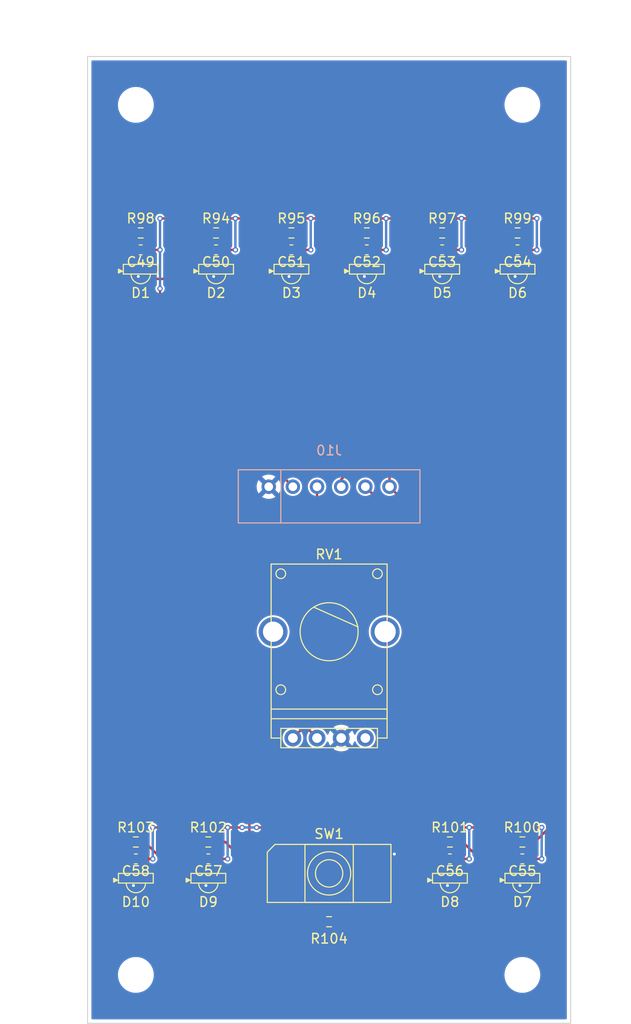
<source format=kicad_pcb>
(kicad_pcb (version 20221018) (generator pcbnew)
  (layers (0 "F.Cu" signal) (31 "B.Cu" signal) (34 "B.Paste" user) (35 "F.Paste" user) (36 "B.SilkS" user "B.Silkscreen") (37 "F.SilkS" user "F.Silkscreen") (38 "B.Mask" user) (39 "F.Mask" user) (44 "Edge.Cuts" user))
  (net 0 "")
  (net 1 "+5VL")
  (net 2 "GND1")
  (net 3 "Net-(D1-DIn)")
  (net 4 "Net-(D1-DOut)")
  (net 5 "Net-(D2-DIn)")
  (net 6 "Net-(D2-DOut)")
  (net 7 "Net-(D3-DIn)")
  (net 8 "Net-(D3-DOut)")
  (net 9 "Net-(D4-DIn)")
  (net 10 "Net-(D4-DOut)")
  (net 11 "Net-(D5-DIn)")
  (net 12 "Net-(D5-DOut)")
  (net 13 "Net-(D6-DIn)")
  (net 14 "Net-(D6-DOut)")
  (net 15 "Net-(D7-DIn)")
  (net 16 "Net-(D7-DOut)")
  (net 17 "Net-(D8-DIn)")
  (net 18 "Net-(D8-DOut)")
  (net 19 "Net-(D9-DIn)")
  (net 20 "Net-(D9-DOut)")
  (net 21 "Net-(D10-DIn)")
  (net 23 "Net-(J10-Pad2)")
  (net 24 "Net-(J10-Pad3)")
  (net 25 "Net-(J10-Pad4)")
  (net 26 "Net-(J10-Pad5)")
  (footprint "silver-box-feetprints:12-23C-RSGHBHW-5V01-2C" (layer "F.Cu") (at 128 75)
    (fp_text reference "D1" (at 0 2.45 unlocked) (layer "F.SilkS"))
    (fp_text value "12-23C/RSGHBHW-5V01/2C")
    (pad "1" smd roundrect (at -1.425 0) (size 0.55 0.78) (layers "F.Cu" "F.Paste" "F.Mask") (net 3 "Net-(D1-DIn)"))
    (pad "2" smd roundrect (at -0.425 0.22) (size 0.55 0.34) (layers "F.Cu" "F.Paste" "F.Mask") (net 2 "GND1"))
    (pad "3" smd roundrect (at 0.425 0.22) (size 0.55 0.34) (layers "F.Cu" "F.Paste" "F.Mask") (net 4 "Net-(D1-DOut)"))
    (pad "4" smd roundrect (at 1.425 0) (size 0.55 0.78) (layers "F.Cu" "F.Paste" "F.Mask") (net 1 "+5VL"))
  )
  (footprint "Capacitor_SMD:C_0603_1608Metric_Pad1.08x0.95mm_HandSolder" (layer "F.Cu") (at 135 136 180)
    (fp_text reference "C57" (at 0 -1.25) (layer "F.SilkS"))
    (fp_text value "0.1u")
    (pad "1" smd roundrect (at -0.8625 0 180) (size 1.075 0.95) (layers "F.Cu" "F.Paste" "F.Mask") (net 1 "+5VL"))
    (pad "2" smd roundrect (at 0.8625 0 180) (size 1.075 0.95) (layers "F.Cu" "F.Paste" "F.Mask") (net 2 "GND1"))
  )
  (footprint "MountingHole:MountingHole_3.2mm_M3" (layer "F.Cu") (at 127.5 58)
    (fp_text reference "REF**" hide)
    (fp_text value "MountingHole_3.2mm_M3")
    (pad "" np_thru_hole circle (at 0 0) (size 3.2 3.2) (drill 3.2) (layers "*.Cu" "*.Mask"))
  )
  (footprint "silver-box-feetprints:12-23C-RSGHBHW-5V01-2C" (layer "F.Cu") (at 135 138)
    (fp_text reference "D9" (at 0 2.45 unlocked) (layer "F.SilkS"))
    (fp_text value "12-23C/RSGHBHW-5V01/2C")
    (pad "1" smd roundrect (at -1.425 0) (size 0.55 0.78) (layers "F.Cu" "F.Paste" "F.Mask") (net 19 "Net-(D9-DIn)"))
    (pad "2" smd roundrect (at -0.425 0.22) (size 0.55 0.34) (layers "F.Cu" "F.Paste" "F.Mask") (net 2 "GND1"))
    (pad "3" smd roundrect (at 0.425 0.22) (size 0.55 0.34) (layers "F.Cu" "F.Paste" "F.Mask") (net 20 "Net-(D9-DOut)"))
    (pad "4" smd roundrect (at 1.425 0) (size 0.55 0.78) (layers "F.Cu" "F.Paste" "F.Mask") (net 1 "+5VL"))
  )
  (footprint "Capacitor_SMD:C_0603_1608Metric_Pad1.08x0.95mm_HandSolder" (layer "F.Cu") (at 159.2 73 180)
    (fp_text reference "C53" (at 0 -1.25) (layer "F.SilkS"))
    (fp_text value "0.1u")
    (pad "1" smd roundrect (at -0.8625 0 180) (size 1.075 0.95) (layers "F.Cu" "F.Paste" "F.Mask") (net 1 "+5VL"))
    (pad "2" smd roundrect (at 0.8625 0 180) (size 1.075 0.95) (layers "F.Cu" "F.Paste" "F.Mask") (net 2 "GND1"))
  )
  (footprint "silver-box-feetprints:12-23C-RSGHBHW-5V01-2C" (layer "F.Cu") (at 159.2 75)
    (fp_text reference "D5" (at 0 2.45 unlocked) (layer "F.SilkS"))
    (fp_text value "12-23C/RSGHBHW-5V01/2C")
    (pad "1" smd roundrect (at -1.425 0) (size 0.55 0.78) (layers "F.Cu" "F.Paste" "F.Mask") (net 11 "Net-(D5-DIn)"))
    (pad "2" smd roundrect (at -0.425 0.22) (size 0.55 0.34) (layers "F.Cu" "F.Paste" "F.Mask") (net 2 "GND1"))
    (pad "3" smd roundrect (at 0.425 0.22) (size 0.55 0.34) (layers "F.Cu" "F.Paste" "F.Mask") (net 12 "Net-(D5-DOut)"))
    (pad "4" smd roundrect (at 1.425 0) (size 0.55 0.78) (layers "F.Cu" "F.Paste" "F.Mask") (net 1 "+5VL"))
  )
  (footprint "MountingHole:MountingHole_3.2mm_M3" (layer "F.Cu") (at 167.5 58)
    (fp_text reference "REF**1" hide)
    (fp_text value "MountingHole_3.2mm_M3")
    (pad "" np_thru_hole circle (at 0 0) (size 3.2 3.2) (drill 3.2) (layers "*.Cu" "*.Mask"))
  )
  (footprint "Capacitor_SMD:C_0603_1608Metric_Pad1.08x0.95mm_HandSolder" (layer "F.Cu") (at 135.8 73 180)
    (fp_text reference "C50" (at 0 -1.25) (layer "F.SilkS"))
    (fp_text value "0.1u")
    (pad "1" smd roundrect (at -0.8625 0 180) (size 1.075 0.95) (layers "F.Cu" "F.Paste" "F.Mask") (net 1 "+5VL"))
    (pad "2" smd roundrect (at 0.8625 0 180) (size 1.075 0.95) (layers "F.Cu" "F.Paste" "F.Mask") (net 2 "GND1"))
  )
  (footprint "silver-box-feetprints:12-23C-RSGHBHW-5V01-2C" (layer "F.Cu") (at 167.5 138)
    (fp_text reference "D7" (at 0 2.45 unlocked) (layer "F.SilkS"))
    (fp_text value "12-23C/RSGHBHW-5V01/2C")
    (pad "1" smd roundrect (at -1.425 0) (size 0.55 0.78) (layers "F.Cu" "F.Paste" "F.Mask") (net 15 "Net-(D7-DIn)"))
    (pad "2" smd roundrect (at -0.425 0.22) (size 0.55 0.34) (layers "F.Cu" "F.Paste" "F.Mask") (net 2 "GND1"))
    (pad "3" smd roundrect (at 0.425 0.22) (size 0.55 0.34) (layers "F.Cu" "F.Paste" "F.Mask") (net 16 "Net-(D7-DOut)"))
    (pad "4" smd roundrect (at 1.425 0) (size 0.55 0.78) (layers "F.Cu" "F.Paste" "F.Mask") (net 1 "+5VL"))
  )
  (footprint "Resistor_SMD:R_0603_1608Metric_Pad0.98x0.95mm_HandSolder" (layer "F.Cu") (at 127.5 134.25)
    (fp_text reference "R103" (at 0 -1.5) (layer "F.SilkS"))
    (fp_text value "33")
    (pad "1" smd roundrect (at -0.9125 0) (size 0.975 0.95) (layers "F.Cu" "F.Paste" "F.Mask") (net 21 "Net-(D10-DIn)"))
    (pad "2" smd roundrect (at 0.9125 0) (size 0.975 0.95) (layers "F.Cu" "F.Paste" "F.Mask") (net 20 "Net-(D9-DOut)"))
  )
  (footprint "silver-box-feetprints:12-23C-RSGHBHW-5V01-2C" (layer "F.Cu") (at 160 138)
    (fp_text reference "D8" (at 0 2.45 unlocked) (layer "F.SilkS"))
    (fp_text value "12-23C/RSGHBHW-5V01/2C")
    (pad "1" smd roundrect (at -1.425 0) (size 0.55 0.78) (layers "F.Cu" "F.Paste" "F.Mask") (net 17 "Net-(D8-DIn)"))
    (pad "2" smd roundrect (at -0.425 0.22) (size 0.55 0.34) (layers "F.Cu" "F.Paste" "F.Mask") (net 2 "GND1"))
    (pad "3" smd roundrect (at 0.425 0.22) (size 0.55 0.34) (layers "F.Cu" "F.Paste" "F.Mask") (net 18 "Net-(D8-DOut)"))
    (pad "4" smd roundrect (at 1.425 0) (size 0.55 0.78) (layers "F.Cu" "F.Paste" "F.Mask") (net 1 "+5VL"))
  )
  (footprint "Resistor_SMD:R_0603_1608Metric_Pad0.98x0.95mm_HandSolder" (layer "F.Cu") (at 167 71.25)
    (fp_text reference "R99" (at 0 -1.5) (layer "F.SilkS"))
    (fp_text value "33")
    (pad "1" smd roundrect (at -0.9125 0) (size 0.975 0.95) (layers "F.Cu" "F.Paste" "F.Mask") (net 13 "Net-(D6-DIn)"))
    (pad "2" smd roundrect (at 0.9125 0) (size 0.975 0.95) (layers "F.Cu" "F.Paste" "F.Mask") (net 12 "Net-(D5-DOut)"))
  )
  (footprint "Resistor_SMD:R_0603_1608Metric_Pad0.98x0.95mm_HandSolder" (layer "F.Cu") (at 135.8 71.25)
    (fp_text reference "R94" (at 0 -1.5) (layer "F.SilkS"))
    (fp_text value "33")
    (pad "1" smd roundrect (at -0.9125 0) (size 0.975 0.95) (layers "F.Cu" "F.Paste" "F.Mask") (net 5 "Net-(D2-DIn)"))
    (pad "2" smd roundrect (at 0.9125 0) (size 0.975 0.95) (layers "F.Cu" "F.Paste" "F.Mask") (net 4 "Net-(D1-DOut)"))
  )
  (footprint "Resistor_SMD:R_0603_1608Metric_Pad0.98x0.95mm_HandSolder" (layer "F.Cu") (at 147.5 142.5)
    (fp_text reference "R104" (at 0 1.75) (layer "F.SilkS"))
    (fp_text value "10k")
    (pad "1" smd roundrect (at -0.9125 0) (size 0.975 0.95) (layers "F.Cu" "F.Paste" "F.Mask") (net 24 "Net-(J10-Pad3)"))
    (pad "2" smd roundrect (at 0.9125 0) (size 0.975 0.95) (layers "F.Cu" "F.Paste" "F.Mask") (net 1 "+5VL"))
  )
  (footprint "Resistor_SMD:R_0603_1608Metric_Pad0.98x0.95mm_HandSolder" (layer "F.Cu") (at 159.2 71.25)
    (fp_text reference "R97" (at 0 -1.5) (layer "F.SilkS"))
    (fp_text value "33")
    (pad "1" smd roundrect (at -0.9125 0) (size 0.975 0.95) (layers "F.Cu" "F.Paste" "F.Mask") (net 11 "Net-(D5-DIn)"))
    (pad "2" smd roundrect (at 0.9125 0) (size 0.975 0.95) (layers "F.Cu" "F.Paste" "F.Mask") (net 10 "Net-(D4-DOut)"))
  )
  (footprint "Capacitor_SMD:C_0603_1608Metric_Pad1.08x0.95mm_HandSolder" (layer "F.Cu") (at 143.6 73 180)
    (fp_text reference "C51" (at 0 -1.25) (layer "F.SilkS"))
    (fp_text value "0.1u")
    (pad "1" smd roundrect (at -0.8625 0 180) (size 1.075 0.95) (layers "F.Cu" "F.Paste" "F.Mask") (net 1 "+5VL"))
    (pad "2" smd roundrect (at 0.8625 0 180) (size 1.075 0.95) (layers "F.Cu" "F.Paste" "F.Mask") (net 2 "GND1"))
  )
  (footprint "silver-box-feetprints:12-23C-RSGHBHW-5V01-2C" (layer "F.Cu") (at 127.5 138)
    (fp_text reference "D10" (at 0 2.45 unlocked) (layer "F.SilkS"))
    (fp_text value "12-23C/RSGHBHW-5V01/2C")
    (pad "1" smd roundrect (at -1.425 0) (size 0.55 0.78) (layers "F.Cu" "F.Paste" "F.Mask") (net 21 "Net-(D10-DIn)"))
    (pad "2" smd roundrect (at -0.425 0.22) (size 0.55 0.34) (layers "F.Cu" "F.Paste" "F.Mask") (net 2 "GND1"))
    (pad "3" smd roundrect (at 0.425 0.22) (size 0.55 0.34) (layers "F.Cu" "F.Paste" "F.Mask"))
    (pad "4" smd roundrect (at 1.425 0) (size 0.55 0.78) (layers "F.Cu" "F.Paste" "F.Mask") (net 1 "+5VL"))
  )
  (footprint "Capacitor_SMD:C_0603_1608Metric_Pad1.08x0.95mm_HandSolder" (layer "F.Cu") (at 167.5 136 180)
    (fp_text reference "C55" (at 0 -1.25) (layer "F.SilkS"))
    (fp_text value "0.1u")
    (pad "1" smd roundrect (at -0.8625 0 180) (size 1.075 0.95) (layers "F.Cu" "F.Paste" "F.Mask") (net 1 "+5VL"))
    (pad "2" smd roundrect (at 0.8625 0 180) (size 1.075 0.95) (layers "F.Cu" "F.Paste" "F.Mask") (net 2 "GND1"))
  )
  (footprint "Capacitor_SMD:C_0603_1608Metric_Pad1.08x0.95mm_HandSolder" (layer "F.Cu") (at 160 136 180)
    (fp_text reference "C56" (at 0 -1.25) (layer "F.SilkS"))
    (fp_text value "0.1u")
    (pad "1" smd roundrect (at -0.8625 0 180) (size 1.075 0.95) (layers "F.Cu" "F.Paste" "F.Mask") (net 1 "+5VL"))
    (pad "2" smd roundrect (at 0.8625 0 180) (size 1.075 0.95) (layers "F.Cu" "F.Paste" "F.Mask") (net 2 "GND1"))
  )
  (footprint "Capacitor_SMD:C_0603_1608Metric_Pad1.08x0.95mm_HandSolder" (layer "F.Cu") (at 128 73 180)
    (fp_text reference "C49" (at 0 -1.25) (layer "F.SilkS"))
    (fp_text value "0.1u")
    (pad "1" smd roundrect (at -0.8625 0 180) (size 1.075 0.95) (layers "F.Cu" "F.Paste" "F.Mask") (net 1 "+5VL"))
    (pad "2" smd roundrect (at 0.8625 0 180) (size 1.075 0.95) (layers "F.Cu" "F.Paste" "F.Mask") (net 2 "GND1"))
  )
  (footprint "silver-box-feetprints:12-23C-RSGHBHW-5V01-2C" (layer "F.Cu") (at 151.4 75)
    (fp_text reference "D4" (at 0 2.45 unlocked) (layer "F.SilkS"))
    (fp_text value "12-23C/RSGHBHW-5V01/2C")
    (pad "1" smd roundrect (at -1.425 0) (size 0.55 0.78) (layers "F.Cu" "F.Paste" "F.Mask") (net 9 "Net-(D4-DIn)"))
    (pad "2" smd roundrect (at -0.425 0.22) (size 0.55 0.34) (layers "F.Cu" "F.Paste" "F.Mask") (net 2 "GND1"))
    (pad "3" smd roundrect (at 0.425 0.22) (size 0.55 0.34) (layers "F.Cu" "F.Paste" "F.Mask") (net 10 "Net-(D4-DOut)"))
    (pad "4" smd roundrect (at 1.425 0) (size 0.55 0.78) (layers "F.Cu" "F.Paste" "F.Mask") (net 1 "+5VL"))
  )
  (footprint "MountingHole:MountingHole_3.2mm_M3" (layer "F.Cu") (at 167.5 148)
    (fp_text reference "REF**3" hide)
    (fp_text value "MountingHole_3.2mm_M3")
    (pad "" np_thru_hole circle (at 0 0) (size 3.2 3.2) (drill 3.2) (layers "*.Cu" "*.Mask"))
  )
  (footprint "silver-box-feetprints:12-23C-RSGHBHW-5V01-2C" (layer "F.Cu") (at 143.6 75)
    (fp_text reference "D3" (at 0 2.45 unlocked) (layer "F.SilkS"))
    (fp_text value "12-23C/RSGHBHW-5V01/2C")
    (pad "1" smd roundrect (at -1.425 0) (size 0.55 0.78) (layers "F.Cu" "F.Paste" "F.Mask") (net 7 "Net-(D3-DIn)"))
    (pad "2" smd roundrect (at -0.425 0.22) (size 0.55 0.34) (layers "F.Cu" "F.Paste" "F.Mask") (net 2 "GND1"))
    (pad "3" smd roundrect (at 0.425 0.22) (size 0.55 0.34) (layers "F.Cu" "F.Paste" "F.Mask") (net 8 "Net-(D3-DOut)"))
    (pad "4" smd roundrect (at 1.425 0) (size 0.55 0.78) (layers "F.Cu" "F.Paste" "F.Mask") (net 1 "+5VL"))
  )
  (footprint "Resistor_SMD:R_0603_1608Metric_Pad0.98x0.95mm_HandSolder" (layer "F.Cu") (at 151.4 71.25)
    (fp_text reference "R96" (at 0 -1.5) (layer "F.SilkS"))
    (fp_text value "33")
    (pad "1" smd roundrect (at -0.9125 0) (size 0.975 0.95) (layers "F.Cu" "F.Paste" "F.Mask") (net 9 "Net-(D4-DIn)"))
    (pad "2" smd roundrect (at 0.9125 0) (size 0.975 0.95) (layers "F.Cu" "F.Paste" "F.Mask") (net 8 "Net-(D3-DOut)"))
  )
  (footprint "Capacitor_SMD:C_0603_1608Metric_Pad1.08x0.95mm_HandSolder" (layer "F.Cu") (at 127.5 136 180)
    (fp_text reference "C58" (at 0 -1.25) (layer "F.SilkS"))
    (fp_text value "0.1u")
    (pad "1" smd roundrect (at -0.8625 0 180) (size 1.075 0.95) (layers "F.Cu" "F.Paste" "F.Mask") (net 1 "+5VL"))
    (pad "2" smd roundrect (at 0.8625 0 180) (size 1.075 0.95) (layers "F.Cu" "F.Paste" "F.Mask") (net 2 "GND1"))
  )
  (footprint "Resistor_SMD:R_0603_1608Metric_Pad0.98x0.95mm_HandSolder" (layer "F.Cu") (at 128 71.25)
    (fp_text reference "R98" (at 0 -1.5) (layer "F.SilkS"))
    (fp_text value "33")
    (pad "1" smd roundrect (at -0.9125 0) (size 0.975 0.95) (layers "F.Cu" "F.Paste" "F.Mask") (net 3 "Net-(D1-DIn)"))
    (pad "2" smd roundrect (at 0.9125 0) (size 0.975 0.95) (layers "F.Cu" "F.Paste" "F.Mask") (net 23 "Net-(J10-Pad2)"))
  )
  (footprint "silver-box-feetprints:KSC SLT 241G LFS" (layer "F.Cu") (at 147.5 137.5)
    (fp_text reference "SW1" (at 0 -4.085787) (layer "F.SilkS"))
    (fp_text value "KSC_SLT_241G_LFS")
    (pad "1" smd rect (at -4.4 2 270) (size 1 3) (layers "F.Cu" "F.Paste" "F.Mask") (net 24 "Net-(J10-Pad3)"))
    (pad "2" smd rect (at 4.4 2 270) (size 1 3) (layers "F.Cu" "F.Paste" "F.Mask") (net 24 "Net-(J10-Pad3)"))
    (pad "3" smd rect (at 4.4 -2 270) (size 1 3) (layers "F.Cu" "F.Paste" "F.Mask") (net 2 "GND1"))
    (pad "4" smd rect (at -4.4 -2 270) (size 1 3) (layers "F.Cu" "F.Paste" "F.Mask") (net 2 "GND1"))
  )
  (footprint "Resistor_SMD:R_0603_1608Metric_Pad0.98x0.95mm_HandSolder" (layer "F.Cu") (at 135 134.25)
    (fp_text reference "R102" (at 0 -1.5) (layer "F.SilkS"))
    (fp_text value "33")
    (pad "1" smd roundrect (at -0.9125 0) (size 0.975 0.95) (layers "F.Cu" "F.Paste" "F.Mask") (net 19 "Net-(D9-DIn)"))
    (pad "2" smd roundrect (at 0.9125 0) (size 0.975 0.95) (layers "F.Cu" "F.Paste" "F.Mask") (net 18 "Net-(D8-DOut)"))
  )
  (footprint "Resistor_SMD:R_0603_1608Metric_Pad0.98x0.95mm_HandSolder" (layer "F.Cu") (at 160 134.25)
    (fp_text reference "R101" (at 0 -1.5) (layer "F.SilkS"))
    (fp_text value "33")
    (pad "1" smd roundrect (at -0.9125 0) (size 0.975 0.95) (layers "F.Cu" "F.Paste" "F.Mask") (net 17 "Net-(D8-DIn)"))
    (pad "2" smd roundrect (at 0.9125 0) (size 0.975 0.95) (layers "F.Cu" "F.Paste" "F.Mask") (net 16 "Net-(D7-DOut)"))
  )
  (footprint "MountingHole:MountingHole_3.2mm_M3" (layer "F.Cu") (at 127.5 148)
    (fp_text reference "REF**2" hide)
    (fp_text value "MountingHole_3.2mm_M3")
    (pad "" np_thru_hole circle (at 0 0) (size 3.2 3.2) (drill 3.2) (layers "*.Cu" "*.Mask"))
  )
  (footprint "Capacitor_SMD:C_0603_1608Metric_Pad1.08x0.95mm_HandSolder" (layer "F.Cu") (at 167 73 180)
    (fp_text reference "C54" (at 0 -1.25) (layer "F.SilkS"))
    (fp_text value "0.1u")
    (pad "1" smd roundrect (at -0.8625 0 180) (size 1.075 0.95) (layers "F.Cu" "F.Paste" "F.Mask") (net 1 "+5VL"))
    (pad "2" smd roundrect (at 0.8625 0 180) (size 1.075 0.95) (layers "F.Cu" "F.Paste" "F.Mask") (net 2 "GND1"))
  )
  (footprint "PCM_kikit:Board" (layer "F.Cu") (at 135 53)
    (fp_text reference "control_plate")
    (fp_text value "Board")
  )
  (footprint "silver-box-feetprints:12-23C-RSGHBHW-5V01-2C" (layer "F.Cu") (at 167 75)
    (fp_text reference "D6" (at 0 2.45 unlocked) (layer "F.SilkS"))
    (fp_text value "12-23C/RSGHBHW-5V01/2C")
    (pad "1" smd roundrect (at -1.425 0) (size 0.55 0.78) (layers "F.Cu" "F.Paste" "F.Mask") (net 13 "Net-(D6-DIn)"))
    (pad "2" smd roundrect (at -0.425 0.22) (size 0.55 0.34) (layers "F.Cu" "F.Paste" "F.Mask") (net 2 "GND1"))
    (pad "3" smd roundrect (at 0.425 0.22) (size 0.55 0.34) (layers "F.Cu" "F.Paste" "F.Mask") (net 14 "Net-(D6-DOut)"))
    (pad "4" smd roundrect (at 1.425 0) (size 0.55 0.78) (layers "F.Cu" "F.Paste" "F.Mask") (net 1 "+5VL"))
  )
  (footprint "Resistor_SMD:R_0603_1608Metric_Pad0.98x0.95mm_HandSolder" (layer "F.Cu") (at 167.5 134.25)
    (fp_text reference "R100" (at 0 -1.5) (layer "F.SilkS"))
    (fp_text value "33")
    (pad "1" smd roundrect (at -0.9125 0) (size 0.975 0.95) (layers "F.Cu" "F.Paste" "F.Mask") (net 15 "Net-(D7-DIn)"))
    (pad "2" smd roundrect (at 0.9125 0) (size 0.975 0.95) (layers "F.Cu" "F.Paste" "F.Mask") (net 14 "Net-(D6-DOut)"))
  )
  (footprint "silver-box-feetprints:Bourns PTV11-4425A" (layer "F.Cu") (at 147.5 112.5)
    (fp_text reference "RV1" (at 0 -8 unlocked) (layer "F.SilkS"))
    (fp_text value "10k")
    (pad "" np_thru_hole circle (at -5.8 0) (size 3 3) (drill 2.1) (layers "*.Cu" "*.Mask"))
    (pad "" np_thru_hole circle (at 3.75 11) (size 1.75 1.75) (drill 1) (layers "*.Cu" "*.Mask"))
    (pad "" np_thru_hole circle (at 5.8 0) (size 3 3) (drill 2.2) (layers "*.Cu" "*.Mask"))
    (pad "1" thru_hole circle (at -3.75 11) (size 1.75 1.75) (drill 1) (layers "*.Cu" "*.Mask") (net 26 "Net-(J10-Pad5)"))
    (pad "2" thru_hole circle (at -1.25 11) (size 1.75 1.75) (drill 1) (layers "*.Cu" "*.Mask") (net 25 "Net-(J10-Pad4)"))
    (pad "3" thru_hole circle (at 1.25 11) (size 1.75 1.75) (drill 1) (layers "*.Cu" "*.Mask") (net 2 "GND1"))
  )
  (footprint "silver-box-feetprints:12-23C-RSGHBHW-5V01-2C" (layer "F.Cu") (at 135.8 75)
    (fp_text reference "D2" (at 0 2.45 unlocked) (layer "F.SilkS"))
    (fp_text value "12-23C/RSGHBHW-5V01/2C")
    (pad "1" smd roundrect (at -1.425 0) (size 0.55 0.78) (layers "F.Cu" "F.Paste" "F.Mask") (net 5 "Net-(D2-DIn)"))
    (pad "2" smd roundrect (at -0.425 0.22) (size 0.55 0.34) (layers "F.Cu" "F.Paste" "F.Mask") (net 2 "GND1"))
    (pad "3" smd roundrect (at 0.425 0.22) (size 0.55 0.34) (layers "F.Cu" "F.Paste" "F.Mask") (net 6 "Net-(D2-DOut)"))
    (pad "4" smd roundrect (at 1.425 0) (size 0.55 0.78) (layers "F.Cu" "F.Paste" "F.Mask") (net 1 "+5VL"))
  )
  (footprint "Capacitor_SMD:C_0603_1608Metric_Pad1.08x0.95mm_HandSolder" (layer "F.Cu") (at 151.4 73 180)
    (fp_text reference "C52" (at 0 -1.25) (layer "F.SilkS"))
    (fp_text value "0.1u")
    (pad "1" smd roundrect (at -0.8625 0 180) (size 1.075 0.95) (layers "F.Cu" "F.Paste" "F.Mask") (net 1 "+5VL"))
    (pad "2" smd roundrect (at 0.8625 0 180) (size 1.075 0.95) (layers "F.Cu" "F.Paste" "F.Mask") (net 2 "GND1"))
  )
  (footprint "Resistor_SMD:R_0603_1608Metric_Pad0.98x0.95mm_HandSolder" (layer "F.Cu") (at 143.6 71.25)
    (fp_text reference "R95" (at 0 -1.5) (layer "F.SilkS"))
    (fp_text value "33")
    (pad "1" smd roundrect (at -0.9125 0) (size 0.975 0.95) (layers "F.Cu" "F.Paste" "F.Mask") (net 7 "Net-(D3-DIn)"))
    (pad "2" smd roundrect (at 0.9125 0) (size 0.975 0.95) (layers "F.Cu" "F.Paste" "F.Mask") (net 6 "Net-(D2-DOut)"))
  )
  (footprint "silver-box-feetprints:B6B-XH-A(LF)(SN)" (layer "B.Cu") (at 147.5 97.5)
    (fp_text reference "J10" (at 0 -3.75) (layer "B.SilkS") (effects (justify mirror)))
    (fp_text value "B6B-XH-A(LF)(SN)")
    (pad "1" thru_hole circle (at -6.25 0) (size 1.5 1.5) (drill 0.9) (layers "*.Cu" "*.Mask") (net 2 "GND1"))
    (pad "2" thru_hole circle (at -3.75 0) (size 1.5 1.5) (drill 0.9) (layers "*.Cu" "*.Mask") (net 23 "Net-(J10-Pad2)"))
    (pad "3" thru_hole circle (at -1.25 0) (size 1.5 1.5) (drill 0.9) (layers "*.Cu" "*.Mask") (net 24 "Net-(J10-Pad3)"))
    (pad "4" thru_hole circle (at 1.25 0) (size 1.5 1.5) (drill 0.9) (layers "*.Cu" "*.Mask") (net 25 "Net-(J10-Pad4)"))
    (pad "5" thru_hole circle (at 3.75 0) (size 1.5 1.5) (drill 0.9) (layers "*.Cu" "*.Mask") (net 26 "Net-(J10-Pad5)"))
    (pad "6" thru_hole circle (at 6.25 0) (size 1.5 1.5) (drill 0.9) (layers "*.Cu" "*.Mask") (net 1 "+5VL"))
  )
  (gr_line (start 122.5 53) (end 122.5 153) (stroke (width 0.1)) (layer "Edge.Cuts"))
  (gr_line (start 122.5 53) (end 172.5 53) (stroke (width 0.1)) (layer "Edge.Cuts"))
  (gr_line (start 172.5 53) (end 172.5 153) (stroke (width 0.1)) (layer "Edge.Cuts"))
  (gr_line (start 172.5 153) (end 122.5 153) (stroke (width 0.1)) (layer "Edge.Cuts"))
  (segment (start 152.31066 95) (end 141.829828 95) (width 0.25) (layer "F.Cu") (net 1))
  (segment (start 168.3625 136) (end 168.3625 137.4375) (width 0.25) (layer "F.Cu") (net 1))
  (segment (start 135.8625 137.4375) (end 136.425 138) (width 0.25) (layer "F.Cu") (net 1))
  (segment (start 160.0625 74.4375) (end 160.625 75) (width 0.25) (layer "F.Cu") (net 1))
  (segment (start 136.6625 73) (end 136.6625 74.4375) (width 0.25) (layer "F.Cu") (net 1))
  (segment (start 162 132.75) (end 156 132.75) (width 0.25) (layer "F.Cu") (net 1))
  (segment (start 160.8625 136) (end 160.8625 137.4375) (width 0.25) (layer "F.Cu") (net 1))
  (segment (start 155.75 132.5) (end 155.75 130.5) (width 0.25) (layer "F.Cu") (net 1))
  (segment (start 156 132.75) (end 155.75 132.5) (width 0.25) (layer "F.Cu") (net 1))
  (segment (start 128.8625 73) (end 130 73) (width 0.25) (layer "F.Cu") (net 1))
  (segment (start 155.75 99.5) (end 153.75 97.5) (width 0.25) (layer "F.Cu") (net 1))
  (segment (start 160.8625 136) (end 162 136) (width 0.25) (layer "F.Cu") (net 1))
  (segment (start 153.75 96.43934) (end 152.31066 95) (width 0.25) (layer "F.Cu") (net 1))
  (segment (start 155.75 130.5) (end 155.75 99.5) (width 0.25) (layer "F.Cu") (net 1))
  (segment (start 160.8625 137.4375) (end 161.425 138) (width 0.25) (layer "F.Cu") (net 1))
  (segment (start 156 132.75) (end 155.75 133) (width 0.25) (layer "F.Cu") (net 1))
  (segment (start 136.6625 74.4375) (end 137.225 75) (width 0.25) (layer "F.Cu") (net 1))
  (segment (start 152.2625 73) (end 153.4 73) (width 0.25) (layer "F.Cu") (net 1))
  (segment (start 160.0625 73) (end 161.2 73) (width 0.25) (layer "F.Cu") (net 1))
  (segment (start 135.8625 136) (end 137 136) (width 0.25) (layer "F.Cu") (net 1))
  (segment (start 140 132.75) (end 155.5 132.75) (width 0.25) (layer "F.Cu") (net 1))
  (segment (start 155.75 133) (end 155.75 130.5) (width 0.25) (layer "F.Cu") (net 1))
  (segment (start 148.4125 142.5) (end 153.75 142.5) (width 0.25) (layer "F.Cu") (net 1))
  (segment (start 128.3625 137.4375) (end 128.925 138) (width 0.25) (layer "F.Cu") (net 1))
  (segment (start 135.8625 136) (end 135.8625 137.4375) (width 0.25) (layer "F.Cu") (net 1))
  (segment (start 144.4625 74.4375) (end 145.025 75) (width 0.25) (layer "F.Cu") (net 1))
  (segment (start 128.3625 136) (end 129.25 136) (width 0.25) (layer "F.Cu") (net 1))
  (segment (start 141.829828 95) (end 130 83.170172) (width 0.25) (layer "F.Cu") (net 1))
  (segment (start 129.25 132.75) (end 137 132.75) (width 0.25) (layer "F.Cu") (net 1))
  (segment (start 128.8625 74.4375) (end 129.425 75) (width 0.25) (layer "F.Cu") (net 1))
  (segment (start 128.3625 136) (end 128.3625 137.4375) (width 0.25) (layer "F.Cu") (net 1))
  (segment (start 169.5 132.75) (end 162 132.75) (width 0.25) (layer "F.Cu") (net 1))
  (segment (start 130 69.75) (end 169 69.75) (width 0.25) (layer "F.Cu") (net 1))
  (segment (start 155.75 140.5) (end 155.75 133) (width 0.25) (layer "F.Cu") (net 1))
  (segment (start 155.5 132.75) (end 155.75 132.5) (width 0.25) (layer "F.Cu") (net 1))
  (segment (start 155.5 132.75) (end 155.75 133) (width 0.25) (layer "F.Cu") (net 1))
  (segment (start 128.8625 73) (end 128.8625 74.4375) (width 0.25) (layer "F.Cu") (net 1))
  (segment (start 168.3625 137.4375) (end 168.925 138) (width 0.25) (layer "F.Cu") (net 1))
  (segment (start 167.8625 73) (end 167.8625 74.4375) (width 0.25) (layer "F.Cu") (net 1))
  (segment (start 167.8625 74.4375) (end 168.425 75) (width 0.25) (layer "F.Cu") (net 1))
  (segment (start 144.4625 73) (end 144.4625 74.4375) (width 0.25) (layer "F.Cu") (net 1))
  (segment (start 130 83.170172) (end 130 77) (width 0.25) (layer "F.Cu") (net 1))
  (segment (start 168.3625 136) (end 169.5 136) (width 0.25) (layer "F.Cu") (net 1))
  (segment (start 152.2625 74.4375) (end 152.825 75) (width 0.25) (layer "F.Cu") (net 1))
  (segment (start 153.75 142.5) (end 155.75 140.5) (width 0.25) (layer "F.Cu") (net 1))
  (segment (start 160.0625 73) (end 160.0625 74.4375) (width 0.25) (layer "F.Cu") (net 1))
  (segment (start 136.6625 73) (end 137.8 73) (width 0.25) (layer "F.Cu") (net 1))
  (segment (start 137 132.75) (end 138.5 132.75) (width 0.25) (layer "F.Cu") (net 1))
  (segment (start 167.8625 73) (end 169 73) (width 0.25) (layer "F.Cu") (net 1))
  (segment (start 153.75 97.5) (end 153.75 96.43934) (width 0.25) (layer "F.Cu") (net 1))
  (segment (start 152.2625 73) (end 152.2625 74.4375) (width 0.25) (layer "F.Cu") (net 1))
  (segment (start 144.4625 73) (end 145.6 73) (width 0.25) (layer "F.Cu") (net 1))
  (via (at 140 132.75) (size 0.56) (drill 0.3) (layers "F.Cu" "B.Cu") (net 1))
  (via (at 137.8 73) (size 0.56) (drill 0.3) (layers "F.Cu" "B.Cu") (net 1))
  (via (at 130 73) (size 0.56) (drill 0.3) (layers "F.Cu" "B.Cu") (net 1))
  (via (at 153.4 73) (size 0.56) (drill 0.3) (layers "F.Cu" "B.Cu") (net 1))
  (via (at 130 77) (size 0.56) (drill 0.3) (layers "F.Cu" "B.Cu") (net 1))
  (via (at 162 132.75) (size 0.56) (drill 0.3) (layers "F.Cu" "B.Cu") (net 1))
  (via (at 145.6 73) (size 0.56) (drill 0.3) (layers "F.Cu" "B.Cu") (net 1))
  (via (at 138.5 132.75) (size 0.56) (drill 0.3) (layers "F.Cu" "B.Cu") (net 1))
  (via (at 169 69.75) (size 0.56) (drill 0.3) (layers "F.Cu" "B.Cu") (net 1))
  (via (at 161.2 69.75) (size 0.56) (drill 0.3) (layers "F.Cu" "B.Cu") (net 1))
  (via (at 169 73) (size 0.56) (drill 0.3) (layers "F.Cu" "B.Cu") (net 1))
  (via (at 145.6 69.75) (size 0.56) (drill 0.3) (layers "F.Cu" "B.Cu") (net 1))
  (via (at 161.2 73) (size 0.56) (drill 0.3) (layers "F.Cu" "B.Cu") (net 1))
  (via (at 137 132.75) (size 0.56) (drill 0.3) (layers "F.Cu" "B.Cu") (net 1))
  (via (at 137.8 69.75) (size 0.56) (drill 0.3) (layers "F.Cu" "B.Cu") (net 1))
  (via (at 162 136) (size 0.56) (drill 0.3) (layers "F.Cu" "B.Cu") (net 1))
  (via (at 153.4 69.75) (size 0.56) (drill 0.3) (layers "F.Cu" "B.Cu") (net 1))
  (via (at 129.25 136) (size 0.56) (drill 0.3) (layers "F.Cu" "B.Cu") (net 1))
  (via (at 130 69.75) (size 0.56) (drill 0.3) (layers "F.Cu" "B.Cu") (net 1))
  (via (at 169.5 136) (size 0.56) (drill 0.3) (layers "F.Cu" "B.Cu") (net 1))
  (via (at 137 136) (size 0.56) (drill 0.3) (layers "F.Cu" "B.Cu") (net 1))
  (via (at 129.25 132.75) (size 0.56) (drill 0.3) (layers "F.Cu" "B.Cu") (net 1))
  (via (at 169.5 132.75) (size 0.56) (drill 0.3) (layers "F.Cu" "B.Cu") (net 1))
  (segment (start 138.5 132.75) (end 140 132.75) (width 0.25) (layer "B.Cu") (net 1))
  (segment (start 145.6 73) (end 145.6 69.75) (width 0.25) (layer "B.Cu") (net 1))
  (segment (start 137.8 73) (end 137.8 69.75) (width 0.25) (layer "B.Cu") (net 1))
  (segment (start 129.25 136) (end 129.25 132.75) (width 0.25) (layer "B.Cu") (net 1))
  (segment (start 169 73) (end 169 69.75) (width 0.25) (layer "B.Cu") (net 1))
  (segment (start 130 73) (end 130 70) (width 0.25) (layer "B.Cu") (net 1))
  (segment (start 161.2 73) (end 161.2 69.75) (width 0.25) (layer "B.Cu") (net 1))
  (segment (start 137 136) (end 137 132.75) (width 0.25) (layer "B.Cu") (net 1))
  (segment (start 130 77) (end 130 73) (width 0.25) (layer "B.Cu") (net 1))
  (segment (start 162 136) (end 162 132.75) (width 0.25) (layer "B.Cu") (net 1))
  (segment (start 169.5 136) (end 169.5 132.75) (width 0.25) (layer "B.Cu") (net 1))
  (segment (start 153.4 73) (end 153.4 69.75) (width 0.25) (layer "B.Cu") (net 1))
  (segment (start 166.1375 73) (end 166.5 73.3625) (width 0.25) (layer "F.Cu") (net 2))
  (segment (start 127.575 75.575) (end 127.75 75.75) (width 0.25) (layer "F.Cu") (net 2))
  (segment (start 134.5 138.145) (end 134.575 138.22) (width 0.25) (layer "F.Cu") (net 2))
  (segment (start 127.5 73.3625) (end 127.5 75.145) (width 0.25) (layer "F.Cu") (net 2))
  (segment (start 127.5 75.145) (end 127.575 75.22) (width 0.25) (layer "F.Cu") (net 2))
  (segment (start 166.575 75.22) (end 166.575 75.575) (width 0.25) (layer "F.Cu") (net 2))
  (segment (start 159.575 138.22) (end 159.575 138.575) (width 0.25) (layer "F.Cu") (net 2))
  (segment (start 167 136.3625) (end 167 138.145) (width 0.25) (layer "F.Cu") (net 2))
  (segment (start 127.075 138.575) (end 127.25 138.75) (width 0.25) (layer "F.Cu") (net 2))
  (segment (start 150.975 75.575) (end 151.15 75.75) (width 0.25) (layer "F.Cu") (net 2))
  (segment (start 135.375 75.22) (end 135.375 75.575) (width 0.25) (layer "F.Cu") (net 2))
  (segment (start 159.1375 136) (end 159.5 136.3625) (width 0.25) (layer "F.Cu") (net 2))
  (segment (start 151.9 135.585787) (end 143.1 135.585787) (width 0.25) (layer "F.Cu") (net 2))
  (segment (start 143.175 75.575) (end 143.35 75.75) (width 0.25) (layer "F.Cu") (net 2))
  (segment (start 135.3 75.145) (end 135.375 75.22) (width 0.25) (layer "F.Cu") (net 2))
  (segment (start 135.3 73.3625) (end 135.3 75.145) (width 0.25) (layer "F.Cu") (net 2))
  (segment (start 158.3375 73) (end 158.7 73.3625) (width 0.25) (layer "F.Cu") (net 2))
  (segment (start 154.164213 135.585787) (end 154.25 135.5) (width 0.25) (layer "F.Cu") (net 2))
  (segment (start 127.075 138.22) (end 127.075 138.575) (width 0.25) (layer "F.Cu") (net 2))
  (segment (start 166.6375 136) (end 167 136.3625) (width 0.25) (layer "F.Cu") (net 2))
  (segment (start 143.1 75.145) (end 143.175 75.22) (width 0.25) (layer "F.Cu") (net 2))
  (segment (start 166.5 75.145) (end 166.575 75.22) (width 0.25) (layer "F.Cu") (net 2))
  (segment (start 158.7 73.3625) (end 158.7 75.145) (width 0.25) (layer "F.Cu") (net 2))
  (segment (start 158.7 75.145) (end 158.775 75.22) (width 0.25) (layer "F.Cu") (net 2))
  (segment (start 166.575 75.575) (end 166.75 75.75) (width 0.25) (layer "F.Cu") (net 2))
  (segment (start 126.6375 136) (end 127 136.3625) (width 0.25) (layer "F.Cu") (net 2))
  (segment (start 159.5 136.3625) (end 159.5 138.145) (width 0.25) (layer "F.Cu") (net 2))
  (segment (start 158.775 75.575) (end 158.95 75.75) (width 0.25) (layer "F.Cu") (net 2))
  (segment (start 134.575 138.575) (end 134.75 138.75) (width 0.25) (layer "F.Cu") (net 2))
  (segment (start 151.9 135.585787) (end 154.164213 135.585787) (width 0.25) (layer "F.Cu") (net 2))
  (segment (start 150.5375 73) (end 150.9 73.3625) (width 0.25) (layer "F.Cu") (net 2))
  (segment (start 167.075 138.22) (end 167.075 138.575) (width 0.25) (layer "F.Cu") (net 2))
  (segment (start 134.5 136.3625) (end 134.5 138.145) (width 0.25) (layer "F.Cu") (net 2))
  (segment (start 150.9 73.3625) (end 150.9 75.145) (width 0.25) (layer "F.Cu") (net 2))
  (segment (start 127.1375 73) (end 127.5 73.3625) (width 0.25) (layer "F.Cu") (net 2))
  (segment (start 127 138.145) (end 127.075 138.22) (width 0.25) (layer "F.Cu") (net 2))
  (segment (start 167.075 138.575) (end 167.25 138.75) (width 0.25) (layer "F.Cu") (net 2))
  (segment (start 127 136.3625) (end 127 138.145) (width 0.25) (layer "F.Cu") (net 2))
  (segment (start 159.5 138.145) (end 159.575 138.22) (width 0.25) (layer "F.Cu") (net 2))
  (segment (start 150.975 75.22) (end 150.975 75.575) (width 0.25) (layer "F.Cu") (net 2))
  (segment (start 135.375 75.575) (end 135.55 75.75) (width 0.25) (layer "F.Cu") (net 2))
  (segment (start 167 138.145) (end 167.075 138.22) (width 0.25) (layer "F.Cu") (net 2))
  (segment (start 134.1375 136) (end 134.5 136.3625) (width 0.25) (layer "F.Cu") (net 2))
  (segment (start 142.7375 73) (end 143.1 73.3625) (width 0.25) (layer "F.Cu") (net 2))
  (segment (start 143.1 73.3625) (end 143.1 75.145) (width 0.25) (layer "F.Cu") (net 2))
  (segment (start 159.575 138.575) (end 159.75 138.75) (width 0.25) (layer "F.Cu") (net 2))
  (segment (start 127.575 75.22) (end 127.575 75.575) (width 0.25) (layer "F.Cu") (net 2))
  (segment (start 134.9375 73) (end 135.3 73.3625) (width 0.25) (layer "F.Cu") (net 2))
  (segment (start 134.575 138.22) (end 134.575 138.575) (width 0.25) (layer "F.Cu") (net 2))
  (segment (start 166.5 73.3625) (end 166.5 75.145) (width 0.25) (layer "F.Cu") (net 2))
  (segment (start 158.775 75.22) (end 158.775 75.575) (width 0.25) (layer "F.Cu") (net 2))
  (segment (start 150.9 75.145) (end 150.975 75.22) (width 0.25) (layer "F.Cu") (net 2))
  (segment (start 143.175 75.22) (end 143.175 75.575) (width 0.25) (layer "F.Cu") (net 2))
  (via (at 127.75 75.75) (size 0.56) (drill 0.3) (layers "F.Cu" "B.Cu") (net 2))
  (via (at 167.25 138.75) (size 0.56) (drill 0.3) (layers "F.Cu" "B.Cu") (net 2))
  (via (at 154.25 135.5) (size 0.56) (drill 0.3) (layers "F.Cu" "B.Cu") (net 2))
  (via (at 127.25 138.75) (size 0.56) (drill 0.3) (layers "F.Cu" "B.Cu") (net 2))
  (via (at 143.35 75.75) (size 0.56) (drill 0.3) (layers "F.Cu" "B.Cu") (net 2))
  (via (at 159.75 138.75) (size 0.56) (drill 0.3) (layers "F.Cu" "B.Cu") (net 2))
  (via (at 151.15 75.75) (size 0.56) (drill 0.3) (layers "F.Cu" "B.Cu") (net 2))
  (via (at 158.95 75.75) (size 0.56) (drill 0.3) (layers "F.Cu" "B.Cu") (net 2))
  (via (at 166.75 75.75) (size 0.56) (drill 0.3) (layers "F.Cu" "B.Cu") (net 2))
  (via (at 135.55 75.75) (size 0.56) (drill 0.3) (layers "F.Cu" "B.Cu") (net 2))
  (via (at 134.75 138.75) (size 0.56) (drill 0.3) (layers "F.Cu" "B.Cu") (net 2))
  (segment (start 126.275 74.7) (end 126.275 72.0625) (width 0.25) (layer "F.Cu") (net 3))
  (segment (start 126.575 75) (end 126.275 74.7) (width 0.25) (layer "F.Cu") (net 3))
  (segment (start 126.275 72.0625) (end 127.0875 71.25) (width 0.25) (layer "F.Cu") (net 3))
  (segment (start 132.25 74.25) (end 132.25 72) (width 0.25) (layer "F.Cu") (net 4))
  (segment (start 135.7125 70.25) (end 136.7125 71.25) (width 0.25) (layer "F.Cu") (net 4))
  (segment (start 134 70.25) (end 135.7125 70.25) (width 0.25) (layer "F.Cu") (net 4))
  (segment (start 132.25 72) (end 134 70.25) (width 0.25) (layer "F.Cu") (net 4))
  (segment (start 130.5 76) (end 132.25 74.25) (width 0.25) (layer "F.Cu") (net 4))
  (segment (start 128.425 75.22) (end 129.205 76) (width 0.25) (layer "F.Cu") (net 4))
  (segment (start 129.205 76) (end 130.5 76) (width 0.25) (layer "F.Cu") (net 4))
  (segment (start 134.075 72.0625) (end 134.8875 71.25) (width 0.25) (layer "F.Cu") (net 5))
  (segment (start 134.375 75) (end 134.075 74.7) (width 0.25) (layer "F.Cu") (net 5))
  (segment (start 134.075 74.7) (end 134.075 72.0625) (width 0.25) (layer "F.Cu") (net 5))
  (segment (start 143.5125 70.25) (end 144.5125 71.25) (width 0.25) (layer "F.Cu") (net 6))
  (segment (start 140.05 74.25) (end 140.05 72) (width 0.25) (layer "F.Cu") (net 6))
  (segment (start 138.3 76) (end 140.05 74.25) (width 0.25) (layer "F.Cu") (net 6))
  (segment (start 137.005 76) (end 138.3 76) (width 0.25) (layer "F.Cu") (net 6))
  (segment (start 136.225 75.22) (end 137.005 76) (width 0.25) (layer "F.Cu") (net 6))
  (segment (start 141.8 70.25) (end 143.5125 70.25) (width 0.25) (layer "F.Cu") (net 6))
  (segment (start 140.05 72) (end 141.8 70.25) (width 0.25) (layer "F.Cu") (net 6))
  (segment (start 142.175 75) (end 141.875 74.7) (width 0.25) (layer "F.Cu") (net 7))
  (segment (start 141.875 74.7) (end 141.875 72.0625) (width 0.25) (layer "F.Cu") (net 7))
  (segment (start 141.875 72.0625) (end 142.6875 71.25) (width 0.25) (layer "F.Cu") (net 7))
  (segment (start 146.1 76) (end 147.85 74.25) (width 0.25) (layer "F.Cu") (net 8))
  (segment (start 147.85 74.25) (end 147.85 72) (width 0.25) (layer "F.Cu") (net 8))
  (segment (start 144.025 75.22) (end 144.805 76) (width 0.25) (layer "F.Cu") (net 8))
  (segment (start 147.85 72) (end 149.6 70.25) (width 0.25) (layer "F.Cu") (net 8))
  (segment (start 144.805 76) (end 146.1 76) (width 0.25) (layer "F.Cu") (net 8))
  (segment (start 149.6 70.25) (end 151.3125 70.25) (width 0.25) (layer "F.Cu") (net 8))
  (segment (start 151.3125 70.25) (end 152.3125 71.25) (width 0.25) (layer "F.Cu") (net 8))
  (segment (start 149.675 74.7) (end 149.675 72.0625) (width 0.25) (layer "F.Cu") (net 9))
  (segment (start 149.675 72.0625) (end 150.4875 71.25) (width 0.25) (layer "F.Cu") (net 9))
  (segment (start 149.975 75) (end 149.675 74.7) (width 0.25) (layer "F.Cu") (net 9))
  (segment (start 159.1125 70.25) (end 160.1125 71.25) (width 0.25) (layer "F.Cu") (net 10))
  (segment (start 157.4 70.25) (end 159.1125 70.25) (width 0.25) (layer "F.Cu") (net 10))
  (segment (start 153.9 76) (end 155.65 74.25) (width 0.25) (layer "F.Cu") (net 10))
  (segment (start 155.65 72) (end 157.4 70.25) (width 0.25) (layer "F.Cu") (net 10))
  (segment (start 155.65 74.25) (end 155.65 72) (width 0.25) (layer "F.Cu") (net 10))
  (segment (start 152.605 76) (end 153.9 76) (width 0.25) (layer "F.Cu") (net 10))
  (segment (start 151.825 75.22) (end 152.605 76) (width 0.25) (layer "F.Cu") (net 10))
  (segment (start 157.475 74.7) (end 157.475 72.0625) (width 0.25) (layer "F.Cu") (net 11))
  (segment (start 157.475 72.0625) (end 158.2875 71.25) (width 0.25) (layer "F.Cu") (net 11))
  (segment (start 157.775 75) (end 157.475 74.7) (width 0.25) (layer "F.Cu") (net 11))
  (segment (start 165.2 70.25) (end 166.9125 70.25) (width 0.25) (layer "F.Cu") (net 12))
  (segment (start 160.405 76) (end 161.7 76) (width 0.25) (layer "F.Cu") (net 12))
  (segment (start 163.45 72) (end 165.2 70.25) (width 0.25) (layer "F.Cu") (net 12))
  (segment (start 166.9125 70.25) (end 167.9125 71.25) (width 0.25) (layer "F.Cu") (net 12))
  (segment (start 163.45 74.25) (end 163.45 72) (width 0.25) (layer "F.Cu") (net 12))
  (segment (start 159.625 75.22) (end 160.405 76) (width 0.25) (layer "F.Cu") (net 12))
  (segment (start 161.7 76) (end 163.45 74.25) (width 0.25) (layer "F.Cu") (net 12))
  (segment (start 165.275 74.7) (end 165.275 72.0625) (width 0.25) (layer "F.Cu") (net 13))
  (segment (start 165.575 75) (end 165.275 74.7) (width 0.25) (layer "F.Cu") (net 13))
  (segment (start 165.275 72.0625) (end 166.0875 71.25) (width 0.25) (layer "F.Cu") (net 13))
  (segment (start 167.425 128) (end 167.425 75.22) (width 0.25) (layer "F.Cu") (net 14))
  (segment (start 168.4125 134.25) (end 168.799031 134.25) (width 0.25) (layer "F.Cu") (net 14))
  (segment (start 168.799031 134.25) (end 170.065 132.984031) (width 0.25) (layer "F.Cu") (net 14))
  (segment (start 170.065 132.984031) (end 170.065 130.565) (width 0.25) (layer "F.Cu") (net 14))
  (segment (start 167.5 128) (end 167.425 128) (width 0.25) (layer "F.Cu") (net 14))
  (segment (start 170.065 130.565) (end 167.5 128) (width 0.25) (layer "F.Cu") (net 14))
  (segment (start 166.075 138) (end 165.775 137.7) (width 0.25) (layer "F.Cu") (net 15))
  (segment (start 165.775 135.0625) (end 166.5875 134.25) (width 0.25) (layer "F.Cu") (net 15))
  (segment (start 165.775 137.7) (end 165.775 135.0625) (width 0.25) (layer "F.Cu") (net 15))
  (segment (start 167.484031 139.315) (end 166.402495 139.315) (width 0.25) (layer "F.Cu") (net 16))
  (segment (start 167.925 138.874031) (end 167.484031 139.315) (width 0.25) (layer "F.Cu") (net 16))
  (segment (start 166.402495 139.315) (end 161.337495 134.25) (width 0.25) (layer "F.Cu") (net 16))
  (segment (start 161.337495 134.25) (end 160.9125 134.25) (width 0.25) (layer "F.Cu") (net 16))
  (segment (start 167.925 138.22) (end 167.925 138.874031) (width 0.25) (layer "F.Cu") (net 16))
  (segment (start 158.575 138) (end 158.275 137.7) (width 0.25) (layer "F.Cu") (net 17))
  (segment (start 158.275 135.0625) (end 159.0875 134.25) (width 0.25) (layer "F.Cu") (net 17))
  (segment (start 158.275 137.7) (end 158.275 135.0625) (width 0.25) (layer "F.Cu") (net 17))
  (segment (start 136.75 134.25) (end 135.9125 134.25) (width 0.25) (layer "F.Cu") (net 18))
  (segment (start 143.75 143.5) (end 138 137.75) (width 0.25) (layer "F.Cu") (net 18))
  (segment (start 138 135.5) (end 136.75 134.25) (width 0.25) (layer "F.Cu") (net 18))
  (segment (start 160.425 138.874031) (end 155.799031 143.5) (width 0.25) (layer "F.Cu") (net 18))
  (segment (start 155.799031 143.5) (end 143.75 143.5) (width 0.25) (layer "F.Cu") (net 18))
  (segment (start 160.425 138.22) (end 160.425 138.874031) (width 0.25) (layer "F.Cu") (net 18))
  (segment (start 138 137.75) (end 138 135.5) (width 0.25) (layer "F.Cu") (net 18))
  (segment (start 133.275 135.0625) (end 134.0875 134.25) (width 0.25) (layer "F.Cu") (net 19))
  (segment (start 133.275 137.7) (end 133.275 135.0625) (width 0.25) (layer "F.Cu") (net 19))
  (segment (start 133.575 138) (end 133.275 137.7) (width 0.25) (layer "F.Cu") (net 19))
  (segment (start 135.425 138.874031) (end 134.984031 139.315) (width 0.25) (layer "F.Cu") (net 20))
  (segment (start 133.4775 139.315) (end 128.4125 134.25) (width 0.25) (layer "F.Cu") (net 20))
  (segment (start 135.425 138.22) (end 135.425 138.874031) (width 0.25) (layer "F.Cu") (net 20))
  (segment (start 134.984031 139.315) (end 133.4775 139.315) (width 0.25) (layer "F.Cu") (net 20))
  (segment (start 125.775 137.7) (end 125.775 135.0625) (width 0.25) (layer "F.Cu") (net 21))
  (segment (start 125.775 135.0625) (end 126.5875 134.25) (width 0.25) (layer "F.Cu") (net 21))
  (segment (start 126.075 138) (end 125.775 137.7) (width 0.25) (layer "F.Cu") (net 21))
  (segment (start 125.75 71) (end 126.26 70.49) (width 0.25) (layer "F.Cu") (net 23))
  (segment (start 125.75 79.5) (end 125.75 71) (width 0.25) (layer "F.Cu") (net 23))
  (segment (start 128.1525 70.49) (end 128.9125 71.25) (width 0.25) (layer "F.Cu") (net 23))
  (segment (start 143.75 97.5) (end 125.75 79.5) (width 0.25) (layer "F.Cu") (net 23))
  (segment (start 126.26 70.49) (end 128.1525 70.49) (width 0.25) (layer "F.Cu") (net 23))
  (segment (start 146.25 97.5) (end 146.25 112.75) (width 0.25) (layer "F.Cu") (net 24))
  (segment (start 139.25 135.735787) (end 143.1 139.585787) (width 0.25) (layer "F.Cu") (net 24))
  (segment (start 139.25 119.75) (end 139.25 135.735787) (width 0.25) (layer "F.Cu") (net 24))
  (segment (start 146.25 112.75) (end 139.25 119.75) (width 0.25) (layer "F.Cu") (net 24))
  (segment (start 146.5875 142.5) (end 143.673287 139.585787) (width 0.25) (layer "F.Cu") (net 24))
  (segment (start 143.1 139.585787) (end 151.9 139.585787) (width 0.25) (layer "F.Cu") (net 24))
  (segment (start 143.673287 139.585787) (end 143.1 139.585787) (width 0.25) (layer "F.Cu") (net 24))
  (segment (start 145.2 115.186396) (end 145.2 122.45) (width 0.25) (layer "F.Cu") (net 25))
  (segment (start 149.5 96) (end 151.75 96) (width 0.25) (layer "F.Cu") (net 25))
  (segment (start 145.2 122.45) (end 146.25 123.5) (width 0.25) (layer "F.Cu") (net 25))
  (segment (start 148.75 97.5) (end 148.75 96.75) (width 0.25) (layer "F.Cu") (net 25))
  (segment (start 152.5 96.75) (end 152.5 107.886396) (width 0.25) (layer "F.Cu") (net 25))
  (segment (start 152.5 107.886396) (end 145.2 115.186396) (width 0.25) (layer "F.Cu") (net 25))
  (segment (start 148.75 96.75) (end 149.5 96) (width 0.25) (layer "F.Cu") (net 25))
  (segment (start 151.75 96) (end 152.5 96.75) (width 0.25) (layer "F.Cu") (net 25))
  (segment (start 144.75 115) (end 144.75 122.5) (width 0.25) (layer "F.Cu") (net 26))
  (segment (start 151.875 98.131676) (end 152.05 98.306676) (width 0.25) (layer "F.Cu") (net 26))
  (segment (start 152.05 98.306676) (end 152.05 107.7) (width 0.25) (layer "F.Cu") (net 26))
  (segment (start 151.25 97.5) (end 151.875 98.125) (width 0.25) (layer "F.Cu") (net 26))
  (segment (start 152.05 107.7) (end 144.75 115) (width 0.25) (layer "F.Cu") (net 26))
  (segment (start 151.875 98.125) (end 151.875 98.131676) (width 0.25) (layer "F.Cu") (net 26))
  (segment (start 144.75 122.5) (end 143.75 123.5) (width 0.25) (layer "F.Cu") (net 26))
  (zone (net 2) (net_name "GND1") (layer "B.Cu") (priority 1) (connect_pads (clearance 0.2)) (min_thickness 0.2) (fill yes (thermal_gap 0.5) (thermal_bridge_width 0.5) (island_removal_mode 1) (island_area_min 10))
    (polygon (pts (xy 122.5 53) (xy 122.5 153) (xy 172.5 153) (xy 172.5 53)))
  )
)
</source>
